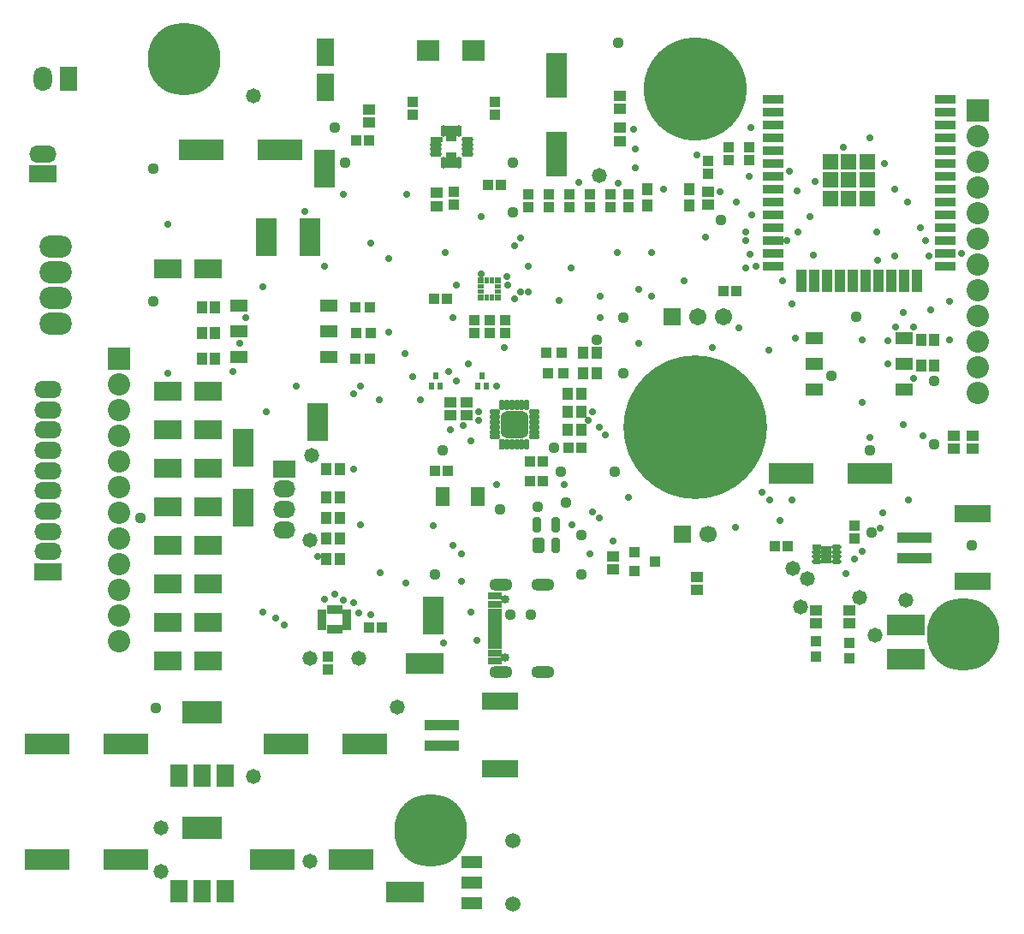
<source format=gts>
G04*
G04 #@! TF.GenerationSoftware,Altium Limited,Altium Designer,22.7.1 (60)*
G04*
G04 Layer_Color=65280*
%FSLAX25Y25*%
%MOIN*%
G70*
G04*
G04 #@! TF.SameCoordinates,3A20C243-D036-4456-A015-6CD0820CEA74*
G04*
G04*
G04 #@! TF.FilePolarity,Negative*
G04*
G01*
G75*
%ADD24R,0.07900X0.03500*%
%ADD27R,0.13800X0.03900*%
%ADD67R,0.04343X0.07099*%
%ADD68R,0.04147X0.04540*%
%ADD69R,0.10642X0.07493*%
%ADD70R,0.06000X0.06000*%
%ADD71R,0.04300X0.08700*%
%ADD72R,0.07099X0.10642*%
%ADD73R,0.14200X0.06700*%
%ADD74R,0.14580X0.08280*%
%ADD75R,0.03950X0.04343*%
%ADD76R,0.17729X0.07887*%
%ADD77R,0.04540X0.04147*%
%ADD78R,0.01863X0.02847*%
%ADD79R,0.02217X0.02847*%
%ADD80R,0.06706X0.05131*%
%ADD81R,0.05328X0.03162*%
%ADD82R,0.05328X0.01981*%
%ADD83R,0.04343X0.03950*%
%ADD84R,0.03713X0.01902*%
G04:AMPARAMS|DCode=85|XSize=37.13mil|YSize=19.02mil|CornerRadius=6.48mil|HoleSize=0mil|Usage=FLASHONLY|Rotation=0.000|XOffset=0mil|YOffset=0mil|HoleType=Round|Shape=RoundedRectangle|*
%AMROUNDEDRECTD85*
21,1,0.03713,0.00606,0,0,0.0*
21,1,0.02417,0.01902,0,0,0.0*
1,1,0.01296,0.01209,-0.00303*
1,1,0.01296,-0.01209,-0.00303*
1,1,0.01296,-0.01209,0.00303*
1,1,0.01296,0.01209,0.00303*
%
%ADD85ROUNDEDRECTD85*%
%ADD86R,0.05721X0.07296*%
%ADD87R,0.08280X0.14580*%
%ADD88R,0.01981X0.04147*%
G04:AMPARAMS|DCode=89|XSize=41.47mil|YSize=19.81mil|CornerRadius=6.95mil|HoleSize=0mil|Usage=FLASHONLY|Rotation=90.000|XOffset=0mil|YOffset=0mil|HoleType=Round|Shape=RoundedRectangle|*
%AMROUNDEDRECTD89*
21,1,0.04147,0.00591,0,0,90.0*
21,1,0.02756,0.01981,0,0,90.0*
1,1,0.01391,0.00295,0.01378*
1,1,0.01391,0.00295,-0.01378*
1,1,0.01391,-0.00295,-0.01378*
1,1,0.01391,-0.00295,0.01378*
%
%ADD89ROUNDEDRECTD89*%
G04:AMPARAMS|DCode=90|XSize=41.47mil|YSize=19.81mil|CornerRadius=6.95mil|HoleSize=0mil|Usage=FLASHONLY|Rotation=180.000|XOffset=0mil|YOffset=0mil|HoleType=Round|Shape=RoundedRectangle|*
%AMROUNDEDRECTD90*
21,1,0.04147,0.00591,0,0,180.0*
21,1,0.02756,0.01981,0,0,180.0*
1,1,0.01391,-0.01378,0.00295*
1,1,0.01391,0.01378,0.00295*
1,1,0.01391,0.01378,-0.00295*
1,1,0.01391,-0.01378,-0.00295*
%
%ADD90ROUNDEDRECTD90*%
G04:AMPARAMS|DCode=91|XSize=108.39mil|YSize=108.39mil|CornerRadius=29.1mil|HoleSize=0mil|Usage=FLASHONLY|Rotation=180.000|XOffset=0mil|YOffset=0mil|HoleType=Round|Shape=RoundedRectangle|*
%AMROUNDEDRECTD91*
21,1,0.10839,0.05020,0,0,180.0*
21,1,0.05020,0.10839,0,0,180.0*
1,1,0.05820,-0.02510,0.02510*
1,1,0.05820,0.02510,0.02510*
1,1,0.05820,0.02510,-0.02510*
1,1,0.05820,-0.02510,-0.02510*
%
%ADD91ROUNDEDRECTD91*%
%ADD92R,0.03950X0.03950*%
G04:AMPARAMS|DCode=93|XSize=31.23mil|YSize=59.18mil|CornerRadius=5.74mil|HoleSize=0mil|Usage=FLASHONLY|Rotation=0.000|XOffset=0mil|YOffset=0mil|HoleType=Round|Shape=RoundedRectangle|*
%AMROUNDEDRECTD93*
21,1,0.03123,0.04770,0,0,0.0*
21,1,0.01974,0.05918,0,0,0.0*
1,1,0.01148,0.00987,-0.02385*
1,1,0.01148,-0.00987,-0.02385*
1,1,0.01148,-0.00987,0.02385*
1,1,0.01148,0.00987,0.02385*
%
%ADD93ROUNDEDRECTD93*%
G04:AMPARAMS|DCode=94|XSize=46.98mil|YSize=59.18mil|CornerRadius=6.92mil|HoleSize=0mil|Usage=FLASHONLY|Rotation=0.000|XOffset=0mil|YOffset=0mil|HoleType=Round|Shape=RoundedRectangle|*
%AMROUNDEDRECTD94*
21,1,0.04698,0.04534,0,0,0.0*
21,1,0.03313,0.05918,0,0,0.0*
1,1,0.01385,0.01657,-0.02267*
1,1,0.01385,-0.01657,-0.02267*
1,1,0.01385,-0.01657,0.02267*
1,1,0.01385,0.01657,0.02267*
%
%ADD94ROUNDEDRECTD94*%
%ADD95R,0.03556X0.02178*%
%ADD96R,0.02178X0.03556*%
%ADD97R,0.04331X0.04724*%
%ADD98R,0.04343X0.03950*%
%ADD99R,0.08280X0.04737*%
%ADD100R,0.08674X0.07887*%
%ADD101R,0.07887X0.17729*%
G04:AMPARAMS|DCode=102|XSize=63.12mil|YSize=21.78mil|CornerRadius=7.45mil|HoleSize=0mil|Usage=FLASHONLY|Rotation=90.000|XOffset=0mil|YOffset=0mil|HoleType=Round|Shape=RoundedRectangle|*
%AMROUNDEDRECTD102*
21,1,0.06312,0.00689,0,0,90.0*
21,1,0.04823,0.02178,0,0,90.0*
1,1,0.01489,0.00345,0.02411*
1,1,0.01489,0.00345,-0.02411*
1,1,0.01489,-0.00345,-0.02411*
1,1,0.01489,-0.00345,0.02411*
%
%ADD102ROUNDEDRECTD102*%
G04:AMPARAMS|DCode=103|XSize=43.43mil|YSize=21.78mil|CornerRadius=7.45mil|HoleSize=0mil|Usage=FLASHONLY|Rotation=90.000|XOffset=0mil|YOffset=0mil|HoleType=Round|Shape=RoundedRectangle|*
%AMROUNDEDRECTD103*
21,1,0.04343,0.00689,0,0,90.0*
21,1,0.02854,0.02178,0,0,90.0*
1,1,0.01489,0.00345,0.01427*
1,1,0.01489,0.00345,-0.01427*
1,1,0.01489,-0.00345,-0.01427*
1,1,0.01489,-0.00345,0.01427*
%
%ADD103ROUNDEDRECTD103*%
G04:AMPARAMS|DCode=104|XSize=43.43mil|YSize=21.78mil|CornerRadius=7.45mil|HoleSize=0mil|Usage=FLASHONLY|Rotation=180.000|XOffset=0mil|YOffset=0mil|HoleType=Round|Shape=RoundedRectangle|*
%AMROUNDEDRECTD104*
21,1,0.04343,0.00689,0,0,180.0*
21,1,0.02854,0.02178,0,0,180.0*
1,1,0.01489,-0.01427,0.00345*
1,1,0.01489,0.01427,0.00345*
1,1,0.01489,0.01427,-0.00345*
1,1,0.01489,-0.01427,-0.00345*
%
%ADD104ROUNDEDRECTD104*%
%ADD105R,0.05131X0.02178*%
%ADD106R,0.15761X0.08674*%
%ADD107R,0.06706X0.08674*%
%ADD108R,0.03950X0.03950*%
%ADD109C,0.40170*%
%ADD110C,0.55918*%
%ADD111C,0.28359*%
%ADD112O,0.09068X0.04934*%
%ADD113C,0.03359*%
%ADD114O,0.08674X0.06706*%
%ADD115R,0.08674X0.06706*%
%ADD116C,0.06693*%
%ADD117R,0.06693X0.06693*%
%ADD118C,0.05918*%
%ADD119C,0.06706*%
%ADD120R,0.06706X0.06706*%
%ADD121O,0.12611X0.08674*%
%ADD122R,0.10642X0.06706*%
%ADD123O,0.10642X0.06706*%
%ADD124R,0.07099X0.09658*%
%ADD125O,0.07099X0.09658*%
%ADD126C,0.08674*%
%ADD127R,0.08674X0.08674*%
%ADD128C,0.02769*%
%ADD129C,0.04400*%
%ADD130C,0.05800*%
G36*
X184731Y242830D02*
X182298D01*
Y244602D01*
X184731D01*
Y242830D01*
D02*
G37*
G36*
X186700Y240200D02*
X184928D01*
Y242633D01*
X186700D01*
Y240200D01*
D02*
G37*
G36*
X184731D02*
X182298D01*
Y242633D01*
X184731D01*
Y240200D01*
D02*
G37*
G36*
Y244798D02*
X182298D01*
Y246570D01*
X184731D01*
Y244798D01*
D02*
G37*
G36*
Y246767D02*
X182298D01*
Y249200D01*
X184731D01*
Y246767D01*
D02*
G37*
G36*
X186700D02*
X184928D01*
Y249200D01*
X186700D01*
Y246767D01*
D02*
G37*
G36*
X188669Y240200D02*
X186897D01*
Y242633D01*
X188669D01*
Y240200D01*
D02*
G37*
G36*
X191298D02*
X188865D01*
Y242633D01*
X191298D01*
Y240200D01*
D02*
G37*
G36*
Y242830D02*
X188865D01*
Y244602D01*
X191298D01*
Y242830D01*
D02*
G37*
G36*
X188669Y246767D02*
X186897D01*
Y249200D01*
X188669D01*
Y246767D01*
D02*
G37*
G36*
X191298D02*
X188865D01*
Y249200D01*
X191298D01*
Y246767D01*
D02*
G37*
G36*
Y244798D02*
X188865D01*
Y246570D01*
X191298D01*
Y244798D01*
D02*
G37*
D24*
X364194Y253451D02*
D03*
Y258451D02*
D03*
Y263451D02*
D03*
Y268451D02*
D03*
Y273451D02*
D03*
Y278451D02*
D03*
Y283451D02*
D03*
Y288451D02*
D03*
Y293451D02*
D03*
Y298451D02*
D03*
Y303451D02*
D03*
Y308451D02*
D03*
Y313451D02*
D03*
Y318451D02*
D03*
X297265Y253451D02*
D03*
Y258451D02*
D03*
Y263451D02*
D03*
Y268451D02*
D03*
Y273451D02*
D03*
Y278451D02*
D03*
Y283451D02*
D03*
Y288451D02*
D03*
Y293451D02*
D03*
Y298451D02*
D03*
Y303451D02*
D03*
Y308451D02*
D03*
Y313451D02*
D03*
Y318451D02*
D03*
D27*
X168365Y74937D02*
D03*
Y67063D02*
D03*
X352365Y147937D02*
D03*
Y140063D02*
D03*
D67*
X318000Y141400D02*
D03*
D68*
X123441Y139500D02*
D03*
X128559D02*
D03*
X128559Y147500D02*
D03*
X123441D02*
D03*
X123441Y155500D02*
D03*
X128559D02*
D03*
X128559Y163500D02*
D03*
X123441D02*
D03*
X128559Y174500D02*
D03*
X123441D02*
D03*
X217441Y204000D02*
D03*
X222559D02*
D03*
X217441Y190000D02*
D03*
X222559D02*
D03*
X354941Y215000D02*
D03*
X360059D02*
D03*
X228559Y220000D02*
D03*
X223441D02*
D03*
X228559Y212000D02*
D03*
X223441D02*
D03*
X217441Y197000D02*
D03*
X222559D02*
D03*
X74941Y227500D02*
D03*
X80059D02*
D03*
X354941Y225000D02*
D03*
X360059D02*
D03*
X74941Y217500D02*
D03*
X80059D02*
D03*
X74941Y237500D02*
D03*
X80059D02*
D03*
D69*
X61626Y115000D02*
D03*
X77374D02*
D03*
Y130000D02*
D03*
X61626D02*
D03*
X77374Y145000D02*
D03*
X61626D02*
D03*
X77374Y160000D02*
D03*
X61626D02*
D03*
Y175000D02*
D03*
X77374D02*
D03*
Y190000D02*
D03*
X61626D02*
D03*
X77374Y205000D02*
D03*
X61626D02*
D03*
X77374Y100000D02*
D03*
X61626D02*
D03*
X77374Y252500D02*
D03*
X61626D02*
D03*
D70*
X334000Y279951D02*
D03*
X326776D02*
D03*
X319551D02*
D03*
X334000Y294400D02*
D03*
X326776D02*
D03*
X319551D02*
D03*
X334000Y287176D02*
D03*
X326776D02*
D03*
X319551D02*
D03*
D71*
X353229Y247777D02*
D03*
X348230D02*
D03*
X343230D02*
D03*
X338229D02*
D03*
X333229D02*
D03*
X328229D02*
D03*
X323230D02*
D03*
X318230D02*
D03*
X313229D02*
D03*
X308229D02*
D03*
D72*
X123000Y323110D02*
D03*
Y336890D02*
D03*
D73*
X191003Y84189D02*
D03*
Y57811D02*
D03*
X375003Y157189D02*
D03*
Y130811D02*
D03*
D74*
X154000Y10000D02*
D03*
X161500Y99000D02*
D03*
X349000Y100500D02*
D03*
Y114000D02*
D03*
D75*
X217539Y183000D02*
D03*
X222461D02*
D03*
X207461Y170000D02*
D03*
X202539D02*
D03*
X165539Y174000D02*
D03*
X170461D02*
D03*
X202579Y177500D02*
D03*
X207500D02*
D03*
X282961Y244000D02*
D03*
X278039D02*
D03*
X139961Y302500D02*
D03*
X135039D02*
D03*
X191309Y285100D02*
D03*
X186388D02*
D03*
X298039Y144500D02*
D03*
X302961D02*
D03*
X144961Y113000D02*
D03*
X140039D02*
D03*
X165338Y241000D02*
D03*
X170259D02*
D03*
D76*
X304146Y173000D02*
D03*
X334854D02*
D03*
X74646Y299000D02*
D03*
X105354D02*
D03*
X14646Y67500D02*
D03*
X45354D02*
D03*
X138209D02*
D03*
X107500D02*
D03*
X132854Y22500D02*
D03*
X102146D02*
D03*
X14646D02*
D03*
X45354D02*
D03*
D77*
X171500Y195441D02*
D03*
Y200559D02*
D03*
X272000Y282559D02*
D03*
Y277441D02*
D03*
X178000Y200559D02*
D03*
Y195441D02*
D03*
X237500Y314882D02*
D03*
Y320000D02*
D03*
Y302382D02*
D03*
Y307500D02*
D03*
X375000Y187559D02*
D03*
Y182441D02*
D03*
X367500Y187559D02*
D03*
Y182441D02*
D03*
X267500Y127441D02*
D03*
Y132559D02*
D03*
X235000Y140559D02*
D03*
Y135441D02*
D03*
X140000Y309441D02*
D03*
Y314559D02*
D03*
X166349Y277041D02*
D03*
Y282159D02*
D03*
X314000Y114441D02*
D03*
Y119559D02*
D03*
X327000Y114441D02*
D03*
Y119559D02*
D03*
D78*
X164425Y207071D02*
D03*
X167575D02*
D03*
X185575D02*
D03*
X182425D02*
D03*
D79*
X166000Y210929D02*
D03*
X184000D02*
D03*
D80*
X313177Y225598D02*
D03*
X348217D02*
D03*
X313177Y215598D02*
D03*
X348217D02*
D03*
X313177Y205598D02*
D03*
X348217D02*
D03*
X89277Y238298D02*
D03*
X124317D02*
D03*
X89277Y228298D02*
D03*
X124317D02*
D03*
X89277Y218298D02*
D03*
X124317D02*
D03*
D81*
X188878Y99902D02*
D03*
Y125098D02*
D03*
Y103051D02*
D03*
Y121949D02*
D03*
D82*
Y113484D02*
D03*
Y111516D02*
D03*
Y115453D02*
D03*
Y117421D02*
D03*
Y119390D02*
D03*
Y109547D02*
D03*
Y107579D02*
D03*
Y105610D02*
D03*
D83*
X189000Y317461D02*
D03*
Y312539D02*
D03*
X280000Y299961D02*
D03*
Y295039D02*
D03*
X288000Y299961D02*
D03*
Y295039D02*
D03*
X272000Y294461D02*
D03*
Y289539D02*
D03*
X240976Y281461D02*
D03*
Y276539D02*
D03*
X225951Y281461D02*
D03*
Y276539D02*
D03*
X233951Y281461D02*
D03*
Y276539D02*
D03*
X217951D02*
D03*
Y281461D02*
D03*
X156849Y312639D02*
D03*
Y317561D02*
D03*
X201951Y276539D02*
D03*
Y281461D02*
D03*
X209951Y276539D02*
D03*
Y281461D02*
D03*
X173000Y282461D02*
D03*
Y277539D02*
D03*
X329000Y152461D02*
D03*
Y147539D02*
D03*
X124000Y96539D02*
D03*
Y101461D02*
D03*
X186798Y227539D02*
D03*
Y232461D02*
D03*
X192798Y227539D02*
D03*
Y232461D02*
D03*
X180798Y227539D02*
D03*
Y232461D02*
D03*
D84*
X314122Y144353D02*
D03*
D85*
Y142384D02*
D03*
Y140416D02*
D03*
Y138447D02*
D03*
X321878D02*
D03*
Y140416D02*
D03*
Y142384D02*
D03*
Y144353D02*
D03*
D86*
X168709Y164000D02*
D03*
X182291D02*
D03*
D87*
X122500Y291500D02*
D03*
X120000Y193000D02*
D03*
X165000Y117500D02*
D03*
X91000Y183000D02*
D03*
X117000Y265000D02*
D03*
X100000D02*
D03*
X91000Y159500D02*
D03*
D88*
X191579Y184323D02*
D03*
D89*
X193547D02*
D03*
X195516D02*
D03*
X197484D02*
D03*
X199453D02*
D03*
X201421D02*
D03*
Y199677D02*
D03*
X199453D02*
D03*
X197484D02*
D03*
X195516D02*
D03*
X193547D02*
D03*
X191579D02*
D03*
D90*
X204177Y187079D02*
D03*
Y189047D02*
D03*
Y191016D02*
D03*
Y192984D02*
D03*
Y194953D02*
D03*
Y196921D02*
D03*
X188823D02*
D03*
Y194953D02*
D03*
Y192984D02*
D03*
Y191016D02*
D03*
Y189047D02*
D03*
Y187079D02*
D03*
D91*
X196500Y192000D02*
D03*
D92*
X214978Y219969D02*
D03*
X209072D02*
D03*
X209736Y212000D02*
D03*
X215642D02*
D03*
X134858Y227500D02*
D03*
X140764D02*
D03*
X134522Y237531D02*
D03*
X140428D02*
D03*
X140453Y217500D02*
D03*
X134547D02*
D03*
D93*
X205213Y153071D02*
D03*
X212772D02*
D03*
Y145000D02*
D03*
D94*
X206000D02*
D03*
D95*
X121736Y118953D02*
D03*
Y116984D02*
D03*
Y115016D02*
D03*
Y113047D02*
D03*
X131264D02*
D03*
Y115016D02*
D03*
Y116984D02*
D03*
Y118953D02*
D03*
D96*
X124531Y112221D02*
D03*
X126500D02*
D03*
X128469D02*
D03*
Y119780D02*
D03*
X126500D02*
D03*
X124531D02*
D03*
D97*
X248428Y283643D02*
D03*
X264570D02*
D03*
X248428Y277343D02*
D03*
X264570D02*
D03*
D98*
X243400Y142300D02*
D03*
Y134820D02*
D03*
X251274Y138560D02*
D03*
D99*
X179961Y21437D02*
D03*
Y13563D02*
D03*
Y5689D02*
D03*
D100*
X162990Y337557D02*
D03*
X180707D02*
D03*
D101*
X213024Y297146D02*
D03*
Y327854D02*
D03*
D102*
X171065Y305301D02*
D03*
X173034D02*
D03*
Y294868D02*
D03*
X171065D02*
D03*
D103*
X169097Y306285D02*
D03*
X175002D02*
D03*
Y293887D02*
D03*
X169097D02*
D03*
D104*
X178447Y297131D02*
D03*
X178349Y299100D02*
D03*
Y301068D02*
D03*
Y303037D02*
D03*
X165853Y297131D02*
D03*
Y299100D02*
D03*
Y301068D02*
D03*
D105*
X166243Y303037D02*
D03*
D106*
X75000Y79902D02*
D03*
Y34902D02*
D03*
D107*
X84055Y55098D02*
D03*
X75000D02*
D03*
X65945D02*
D03*
X84055Y10098D02*
D03*
X75000D02*
D03*
X65945D02*
D03*
D108*
X314000Y101736D02*
D03*
Y107642D02*
D03*
X327031Y101072D02*
D03*
Y106978D02*
D03*
D109*
X266886Y322707D02*
D03*
D110*
X266885Y190943D02*
D03*
D111*
X68000Y334400D02*
D03*
X371252Y110201D02*
D03*
X164000Y34000D02*
D03*
D112*
X207598Y95492D02*
D03*
Y129508D02*
D03*
X191142Y95492D02*
D03*
Y129508D02*
D03*
D113*
X193110Y123878D02*
D03*
Y101122D02*
D03*
D114*
X107000Y158874D02*
D03*
Y166748D02*
D03*
Y151000D02*
D03*
D115*
Y174622D02*
D03*
D116*
X272000Y149400D02*
D03*
D117*
X262000D02*
D03*
D118*
X195905Y29803D02*
D03*
Y5197D02*
D03*
D119*
X278000Y234000D02*
D03*
X268000D02*
D03*
D120*
X258000D02*
D03*
D121*
X18000Y251400D02*
D03*
Y231400D02*
D03*
Y261400D02*
D03*
Y241400D02*
D03*
D122*
X13000Y289463D02*
D03*
X15000Y134626D02*
D03*
D123*
X13000Y297337D02*
D03*
X15000Y205492D02*
D03*
Y197618D02*
D03*
Y181870D02*
D03*
Y173996D02*
D03*
Y142500D02*
D03*
Y150374D02*
D03*
Y158248D02*
D03*
Y166122D02*
D03*
Y189744D02*
D03*
D124*
X23059Y326424D02*
D03*
D125*
X13059D02*
D03*
D126*
X42500Y207500D02*
D03*
Y197500D02*
D03*
Y187500D02*
D03*
Y177500D02*
D03*
Y167500D02*
D03*
Y157500D02*
D03*
Y147500D02*
D03*
Y137500D02*
D03*
Y127500D02*
D03*
Y117500D02*
D03*
Y107500D02*
D03*
X377000Y304400D02*
D03*
Y294400D02*
D03*
Y284400D02*
D03*
Y274400D02*
D03*
Y264400D02*
D03*
Y254400D02*
D03*
Y244400D02*
D03*
Y234400D02*
D03*
Y224400D02*
D03*
Y214400D02*
D03*
Y204400D02*
D03*
D127*
X42500Y217500D02*
D03*
X377000Y314400D02*
D03*
D128*
X100000Y197000D02*
D03*
X103500Y116500D02*
D03*
X98500Y119000D02*
D03*
X267500Y297000D02*
D03*
X254500Y283500D02*
D03*
X214000Y240400D02*
D03*
X218500Y253000D02*
D03*
X189500Y207000D02*
D03*
X165000Y152500D02*
D03*
X350000Y162500D02*
D03*
X325500Y134000D02*
D03*
X366100Y240000D02*
D03*
X366000Y225000D02*
D03*
X348000Y192000D02*
D03*
X332000Y200500D02*
D03*
Y225000D02*
D03*
X342000Y215500D02*
D03*
Y224500D02*
D03*
X358500Y236500D02*
D03*
X370500Y258500D02*
D03*
X352000Y230000D02*
D03*
X303500Y290500D02*
D03*
X243500Y292000D02*
D03*
X288000Y288500D02*
D03*
X306500Y283000D02*
D03*
X174000Y246400D02*
D03*
X355500Y187500D02*
D03*
X339000Y151500D02*
D03*
X358000Y257500D02*
D03*
X344500D02*
D03*
X192500Y222000D02*
D03*
X276500Y282500D02*
D03*
X262500Y248000D02*
D03*
X290500Y253500D02*
D03*
X119868Y140500D02*
D03*
X154378Y130400D02*
D03*
X144378Y134400D02*
D03*
X273500Y222000D02*
D03*
X283000Y278500D02*
D03*
X140500Y262500D02*
D03*
X144000Y201500D02*
D03*
X160000D02*
D03*
X157000Y210500D02*
D03*
X176000Y130800D02*
D03*
X332000Y142500D02*
D03*
X329000Y139500D02*
D03*
X111500Y207000D02*
D03*
X182000Y108010D02*
D03*
X179500Y119000D02*
D03*
X147500Y228000D02*
D03*
Y256500D02*
D03*
X286500Y253000D02*
D03*
X288144Y258356D02*
D03*
X313000Y258000D02*
D03*
X179500Y185500D02*
D03*
X176500Y191500D02*
D03*
X174000Y209000D02*
D03*
X189500Y168500D02*
D03*
X216000D02*
D03*
X241000Y163500D02*
D03*
X282500Y152000D02*
D03*
X338000Y256000D02*
D03*
X293000Y165500D02*
D03*
X232000Y188000D02*
D03*
X229500Y191000D02*
D03*
X335000Y187000D02*
D03*
X219000Y153000D02*
D03*
X225209Y193500D02*
D03*
X227000Y197000D02*
D03*
X296000Y162500D02*
D03*
X304456D02*
D03*
X300000Y154500D02*
D03*
X229500Y155600D02*
D03*
X182500Y197000D02*
D03*
Y193500D02*
D03*
X136500Y153000D02*
D03*
Y207000D02*
D03*
X126500Y126000D02*
D03*
X154000Y219500D02*
D03*
X226000Y141500D02*
D03*
X176000D02*
D03*
X172500Y145000D02*
D03*
X250000Y242000D02*
D03*
X230000D02*
D03*
X245000Y244600D02*
D03*
X172500Y233500D02*
D03*
X98500Y245500D02*
D03*
X89500Y223500D02*
D03*
X242914Y307000D02*
D03*
X243500Y299207D02*
D03*
X221504Y286081D02*
D03*
X237000Y286000D02*
D03*
X348000Y235500D02*
D03*
X193500Y249500D02*
D03*
X250000Y259000D02*
D03*
X286500Y267000D02*
D03*
Y263500D02*
D03*
X169500Y259000D02*
D03*
X171000Y212500D02*
D03*
X236500Y259000D02*
D03*
X183500Y250500D02*
D03*
Y273000D02*
D03*
X202000Y243500D02*
D03*
X196500Y241000D02*
D03*
X198900Y243600D02*
D03*
X194000Y246100D02*
D03*
X196500Y261500D02*
D03*
X302500Y263500D02*
D03*
X199000Y264500D02*
D03*
X202000Y253500D02*
D03*
X271000Y265000D02*
D03*
X284000Y229500D02*
D03*
X295500Y221000D02*
D03*
X335000Y303500D02*
D03*
X324500Y300000D02*
D03*
X307000Y267000D02*
D03*
X313500Y286586D02*
D03*
X288500Y307500D02*
D03*
X337500Y267000D02*
D03*
X171500Y190000D02*
D03*
X178500Y215500D02*
D03*
X301000Y248000D02*
D03*
X304500Y239000D02*
D03*
X340500Y293500D02*
D03*
X140500Y118000D02*
D03*
X122500Y124000D02*
D03*
X136000Y118500D02*
D03*
X134000Y204000D02*
D03*
Y174500D02*
D03*
Y122500D02*
D03*
X154500Y281500D02*
D03*
X130000D02*
D03*
Y123500D02*
D03*
X122500Y253500D02*
D03*
X169000Y107000D02*
D03*
X227000Y158000D02*
D03*
X107000Y114000D02*
D03*
X340000Y157500D02*
D03*
X345000Y230000D02*
D03*
X344500Y283500D02*
D03*
X92100Y233500D02*
D03*
X87000Y212500D02*
D03*
X115000Y275000D02*
D03*
X230000Y233500D02*
D03*
X289000Y273500D02*
D03*
X245000Y223500D02*
D03*
X311500Y273000D02*
D03*
X61500Y270000D02*
D03*
X61626Y211874D02*
D03*
X352000Y210000D02*
D03*
X354500Y268500D02*
D03*
X349500Y278500D02*
D03*
X356500Y263500D02*
D03*
X306000Y225500D02*
D03*
X235000Y146500D02*
D03*
D129*
X51000Y155500D02*
D03*
X57000Y81500D02*
D03*
X205500Y160000D02*
D03*
X195933Y274500D02*
D03*
X196000Y294000D02*
D03*
X320000Y211000D02*
D03*
X360000Y184259D02*
D03*
X335500Y150000D02*
D03*
X374500Y145000D02*
D03*
X212000Y183000D02*
D03*
X214500Y173500D02*
D03*
X165500Y133700D02*
D03*
X222500D02*
D03*
X335000Y182000D02*
D03*
X329500Y234000D02*
D03*
X235500Y173500D02*
D03*
X222500Y149000D02*
D03*
X126500Y307500D02*
D03*
X237000Y340500D02*
D03*
X130500Y294000D02*
D03*
X56000Y291500D02*
D03*
X168500Y182000D02*
D03*
X277000Y271500D02*
D03*
X216500Y161500D02*
D03*
X239000Y212000D02*
D03*
Y233500D02*
D03*
X56000Y239828D02*
D03*
X360000Y209000D02*
D03*
X228500Y225000D02*
D03*
X191000Y159000D02*
D03*
X203000Y118000D02*
D03*
X195000D02*
D03*
D130*
X337000Y110000D02*
D03*
X331000Y124500D02*
D03*
X117500Y180000D02*
D03*
X310500Y132000D02*
D03*
X308000Y121000D02*
D03*
X349000Y123500D02*
D03*
X305000Y136000D02*
D03*
X229500Y289000D02*
D03*
X117000Y147000D02*
D03*
X59000Y18000D02*
D03*
X136000Y101000D02*
D03*
X95000Y320000D02*
D03*
Y55000D02*
D03*
X151000Y82000D02*
D03*
X117000Y101000D02*
D03*
Y22000D02*
D03*
X59000Y35000D02*
D03*
M02*

</source>
